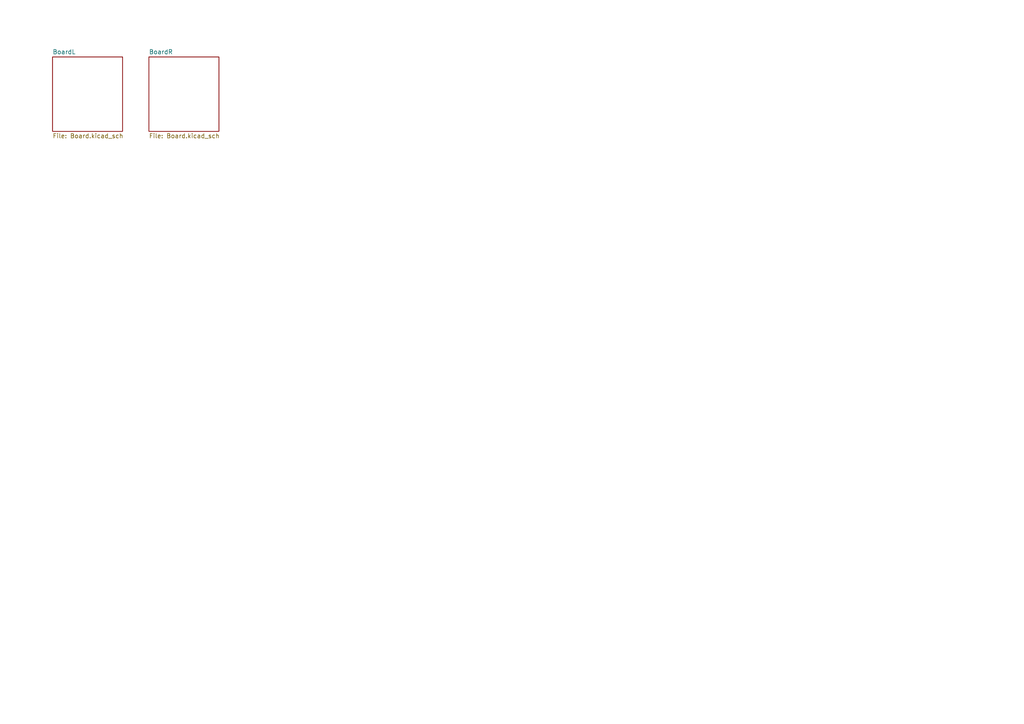
<source format=kicad_sch>
(kicad_sch
	(version 20231120)
	(generator "eeschema")
	(generator_version "8.0")
	(uuid "cf814e2c-aeb8-4995-aa89-413149d23c84")
	(paper "A4")
	(lib_symbols)
	(sheet
		(at 43.18 16.51)
		(size 20.32 21.59)
		(fields_autoplaced yes)
		(stroke
			(width 0.1524)
			(type solid)
		)
		(fill
			(color 0 0 0 0.0000)
		)
		(uuid "63d37287-c56a-48cf-8fd1-56d0b1586813")
		(property "Sheetname" "BoardR"
			(at 43.18 15.7984 0)
			(effects
				(font
					(size 1.27 1.27)
				)
				(justify left bottom)
			)
		)
		(property "Sheetfile" "Board.kicad_sch"
			(at 43.18 38.6846 0)
			(effects
				(font
					(size 1.27 1.27)
				)
				(justify left top)
			)
		)
		(instances
			(project "0xLM"
				(path "/cf814e2c-aeb8-4995-aa89-413149d23c84"
					(page "2")
				)
			)
		)
	)
	(sheet
		(at 15.24 16.51)
		(size 20.32 21.59)
		(fields_autoplaced yes)
		(stroke
			(width 0.1524)
			(type solid)
		)
		(fill
			(color 0 0 0 0.0000)
		)
		(uuid "65efc733-3b99-4916-b0e5-cb64f01f577c")
		(property "Sheetname" "BoardL"
			(at 15.24 15.7984 0)
			(effects
				(font
					(size 1.27 1.27)
				)
				(justify left bottom)
			)
		)
		(property "Sheetfile" "Board.kicad_sch"
			(at 15.24 38.6846 0)
			(effects
				(font
					(size 1.27 1.27)
				)
				(justify left top)
			)
		)
		(instances
			(project "0xLM"
				(path "/cf814e2c-aeb8-4995-aa89-413149d23c84"
					(page "1")
				)
			)
		)
	)
	(sheet_instances
		(path "/"
			(page "0")
		)
	)
)
</source>
